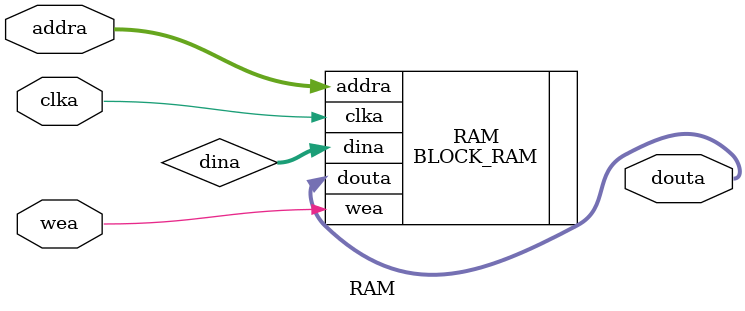
<source format=v>
`timescale 1ns / 1ps

module experiment5();
endmodule

module SR_LATCH(
       input S,
       input R,
       
       output Q,
       output Qn
        );
        
NAND_gate nand1(
          .I1(S),
          .I2(Qn),
          .O(Q)
          );
NAND_gate nand2(
          .I1(R),
          .I2(Q),
          .O(Qn)
          );
        
endmodule

module D_FLIP_FLOP(
       input D,
       input CLK,
       
       output Q,
       output Qn
        );
        
wire [1:0]signal;
        
NAND_gate nand1(
          .I1(D),
          .I2(CLK),
          
          .O(signal[0])
          );
         
NAND_gate nand2(
          .I1(~D),
          .I2(CLK),
          
          .O(signal[1])
          );

NAND_gate nand3(
          .I1(signal[0]),
          .I2(Qn),
          
          .O(Q)
          );
NAND_gate nand4(
          .I1(signal[1]),
          .I2(Q),
          
          .O(Qn)
          );
                    
endmodule

module MASTER_SLAVE_DFF(
       input D,
       input CLK,
       
       output Qs,
       output Qs_NOT
       );
       
wire Qm,Qm_not;  
     
       D_FLIP_FLOP master(
                   .D(D),
                   .CLK(CLK),
                   
                   .Q(Qm),
                   .Qn(Qm_not)
                   );
                        
       D_FLIP_FLOP slave(
                   .D(Qm),
                   .CLK(~CLK),
                   
                   .Q(Qs),
                   .Qn(Qs_NOT)
                   );
                        
endmodule

module BEHAVIORAL_DFF(
       input D,
       input CLK,
       
       output Q,
       output Qn
       );
       
    reg FF;
    always @ (posedge CLK)
    begin
        FF <= D;
    end
    
    assign Q = FF;
    assign Qn = ~FF;
        
endmodule

module REGISTER(
       input [7:0]IN,
       input CLK,
       input CLEAR,
       
       output reg [7:0]OUT
        );
        
    always @ (posedge CLK or posedge CLEAR)
    begin
        if (CLEAR)
            OUT <= 8'h00;
        else
            OUT <= IN;    
    end
endmodule

module REGISTER2 (
       input [31:0]IN,
       input CLK,
       input CLEAR,
       
       output [31:0]OUT
       );
       
       REGISTER R1(
                .IN(IN[7:0]),
                .CLK(CLK),
                .CLEAR(CLEAR),
                
                .OUT(OUT[7:0])
                );
       REGISTER R2(
                .IN(IN[15:8]),
                .CLK(CLK),
                .CLEAR(CLEAR),
                
                .OUT(OUT[15:8])
                );
       REGISTER R3(
                .IN(IN[23:16]),
                .CLK(CLK),
                .CLEAR(CLEAR),
                
                .OUT(OUT[23:16])
                );                
       REGISTER R4(
                .IN(IN[31:24]),
                .CLK(CLK),
                .CLEAR(CLEAR),
                
                .OUT(OUT[31:24])
                );       
       
endmodule
       
module RAM(
       input clka,
       input wea,
       input [3:0] addra,
       
       output [7:0]douta
       );
       wire [7:0]dina;
       BLOCK_RAM RAM(
                 .dina(dina),
                 .clka(clka),
                 .wea(wea),
                 .addra(addra),
                 
                 .douta(douta)
                 );

endmodule       

</source>
